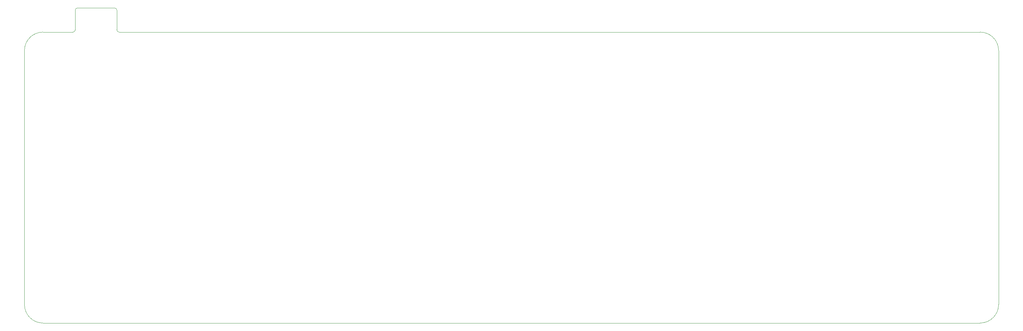
<source format=gm1>
G04 #@! TF.GenerationSoftware,KiCad,Pcbnew,(6.0.1-0)*
G04 #@! TF.CreationDate,2022-04-18T13:14:10-05:00*
G04 #@! TF.ProjectId,pcb,7063622e-6b69-4636-9164-5f7063625858,rev?*
G04 #@! TF.SameCoordinates,Original*
G04 #@! TF.FileFunction,Profile,NP*
%FSLAX46Y46*%
G04 Gerber Fmt 4.6, Leading zero omitted, Abs format (unit mm)*
G04 Created by KiCad (PCBNEW (6.0.1-0)) date 2022-04-18 13:14:10*
%MOMM*%
%LPD*%
G01*
G04 APERTURE LIST*
G04 #@! TA.AperFunction,Profile*
%ADD10C,0.050000*%
G04 #@! TD*
G04 APERTURE END LIST*
D10*
X91057416Y-43668942D02*
X91057416Y-38608805D01*
X329182616Y-49026759D02*
G75*
G03*
X324420112Y-44264255I-4762504J0D01*
G01*
X324420112Y-119273693D02*
G75*
G03*
X329182616Y-114511189I0J4762504D01*
G01*
X82723034Y-44264255D02*
G75*
G03*
X77960530Y-49026759I0J-4762504D01*
G01*
X329182616Y-49026759D02*
X329182616Y-114511189D01*
X324420112Y-119273693D02*
X82723034Y-119273693D01*
X77960530Y-114511189D02*
G75*
G03*
X82723034Y-119273693I4762504J0D01*
G01*
X101773051Y-43668958D02*
G75*
G03*
X102368363Y-44264270I595313J1D01*
G01*
X324420112Y-44264255D02*
X102368363Y-44264270D01*
X91652729Y-38013494D02*
X101177738Y-38013494D01*
X77960530Y-114511189D02*
X77960530Y-49026759D01*
X101773050Y-38608806D02*
X101773050Y-43668958D01*
X101773050Y-38608806D02*
G75*
G03*
X101177738Y-38013494I-595313J-1D01*
G01*
X91652728Y-38013494D02*
G75*
G03*
X91057416Y-38608806I1J-595313D01*
G01*
X90462104Y-44264255D02*
G75*
G03*
X91057416Y-43668943I-1J595313D01*
G01*
X82723034Y-44264255D02*
X90462104Y-44264255D01*
M02*

</source>
